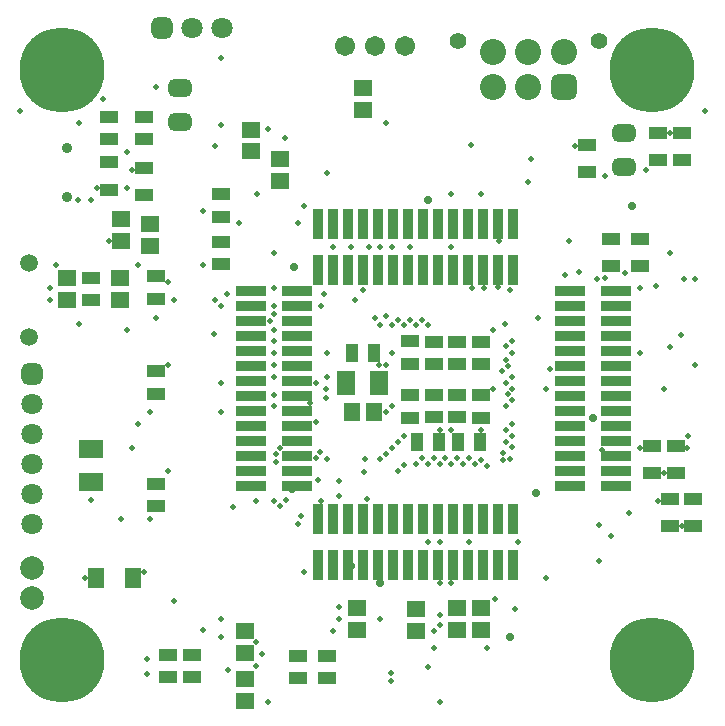
<source format=gbs>
G04*
G04 #@! TF.GenerationSoftware,Altium Limited,Altium Designer,23.11.1 (41)*
G04*
G04 Layer_Color=16711935*
%FSLAX44Y44*%
%MOMM*%
G71*
G04*
G04 #@! TF.SameCoordinates,47BC51C5-C70F-4843-9F8A-4785544E9BB8*
G04*
G04*
G04 #@! TF.FilePolarity,Negative*
G04*
G01*
G75*
%ADD40R,1.5032X1.1032*%
%ADD41R,1.1032X1.5032*%
%ADD42C,2.2032*%
%ADD43R,1.5532X1.3532*%
G04:AMPARAMS|DCode=63|XSize=2.2032mm|YSize=2.2032mm|CornerRadius=0.6016mm|HoleSize=0mm|Usage=FLASHONLY|Rotation=90.000|XOffset=0mm|YOffset=0mm|HoleType=Round|Shape=RoundedRectangle|*
%AMROUNDEDRECTD63*
21,1,2.2032,1.0000,0,0,90.0*
21,1,1.0000,2.2032,0,0,90.0*
1,1,1.2032,0.5000,0.5000*
1,1,1.2032,0.5000,-0.5000*
1,1,1.2032,-0.5000,-0.5000*
1,1,1.2032,-0.5000,0.5000*
%
%ADD63ROUNDEDRECTD63*%
%ADD64C,1.4032*%
%ADD65C,7.2032*%
%ADD66C,0.9032*%
%ADD67C,1.7032*%
%ADD68C,1.8032*%
G04:AMPARAMS|DCode=69|XSize=1.8032mm|YSize=1.8032mm|CornerRadius=0.5016mm|HoleSize=0mm|Usage=FLASHONLY|Rotation=0.000|XOffset=0mm|YOffset=0mm|HoleType=Round|Shape=RoundedRectangle|*
%AMROUNDEDRECTD69*
21,1,1.8032,0.8000,0,0,0.0*
21,1,0.8000,1.8032,0,0,0.0*
1,1,1.0032,0.4000,-0.4000*
1,1,1.0032,-0.4000,-0.4000*
1,1,1.0032,-0.4000,0.4000*
1,1,1.0032,0.4000,0.4000*
%
%ADD69ROUNDEDRECTD69*%
G04:AMPARAMS|DCode=70|XSize=1.8032mm|YSize=1.8032mm|CornerRadius=0.5016mm|HoleSize=0mm|Usage=FLASHONLY|Rotation=270.000|XOffset=0mm|YOffset=0mm|HoleType=Round|Shape=RoundedRectangle|*
%AMROUNDEDRECTD70*
21,1,1.8032,0.8000,0,0,270.0*
21,1,0.8000,1.8032,0,0,270.0*
1,1,1.0032,-0.4000,-0.4000*
1,1,1.0032,-0.4000,0.4000*
1,1,1.0032,0.4000,0.4000*
1,1,1.0032,0.4000,-0.4000*
%
%ADD70ROUNDEDRECTD70*%
%ADD71C,1.5032*%
%ADD72C,2.0032*%
%ADD73C,0.5032*%
%ADD74C,0.7032*%
%ADD99R,1.4032X1.8032*%
%ADD100R,1.3532X1.5532*%
%ADD101R,1.6032X2.1532*%
%ADD102R,2.1532X1.6032*%
%ADD103R,0.9532X2.6032*%
%ADD104R,2.6032X0.9532*%
G04:AMPARAMS|DCode=105|XSize=1.9532mm|YSize=1.4532mm|CornerRadius=0.4141mm|HoleSize=0mm|Usage=FLASHONLY|Rotation=180.000|XOffset=0mm|YOffset=0mm|HoleType=Round|Shape=RoundedRectangle|*
%AMROUNDEDRECTD105*
21,1,1.9532,0.6250,0,0,180.0*
21,1,1.1250,1.4532,0,0,180.0*
1,1,0.8282,-0.5625,0.3125*
1,1,0.8282,0.5625,0.3125*
1,1,0.8282,0.5625,-0.3125*
1,1,0.8282,-0.5625,-0.3125*
%
%ADD105ROUNDEDRECTD105*%
D40*
X540000Y383500D02*
D03*
Y406500D02*
D03*
X515000Y383500D02*
D03*
Y406500D02*
D03*
X565000Y163500D02*
D03*
Y186500D02*
D03*
X570000Y208500D02*
D03*
Y231500D02*
D03*
X585000Y186500D02*
D03*
Y163500D02*
D03*
X550000Y231500D02*
D03*
Y208500D02*
D03*
X130000Y275500D02*
D03*
Y294500D02*
D03*
Y180500D02*
D03*
Y199500D02*
D03*
X385000Y256000D02*
D03*
Y275000D02*
D03*
X405000Y255500D02*
D03*
Y274500D02*
D03*
X365000Y256000D02*
D03*
Y275000D02*
D03*
X345000Y255500D02*
D03*
Y274500D02*
D03*
Y301000D02*
D03*
Y320000D02*
D03*
X405000Y300500D02*
D03*
Y319500D02*
D03*
X365000Y300500D02*
D03*
Y319500D02*
D03*
X385000Y300500D02*
D03*
Y319500D02*
D03*
X250000Y35000D02*
D03*
Y54000D02*
D03*
X275000Y35000D02*
D03*
Y54000D02*
D03*
X160000Y35500D02*
D03*
Y54500D02*
D03*
X140000Y35500D02*
D03*
Y54500D02*
D03*
X75000Y374000D02*
D03*
Y355000D02*
D03*
X130000Y356000D02*
D03*
Y375000D02*
D03*
X90000Y510000D02*
D03*
Y491000D02*
D03*
Y471500D02*
D03*
Y448500D02*
D03*
X120000Y466500D02*
D03*
Y443500D02*
D03*
Y510000D02*
D03*
Y491000D02*
D03*
X185000Y444500D02*
D03*
Y425500D02*
D03*
Y385500D02*
D03*
Y404500D02*
D03*
X555000Y473500D02*
D03*
Y496500D02*
D03*
X575000Y473500D02*
D03*
Y496500D02*
D03*
X495000Y463250D02*
D03*
Y486250D02*
D03*
D41*
X385650Y235000D02*
D03*
X404650D02*
D03*
X350650D02*
D03*
X369650D02*
D03*
X295500Y310000D02*
D03*
X314500D02*
D03*
D42*
X415000Y535000D02*
D03*
X445000D02*
D03*
X415000Y565000D02*
D03*
X445000D02*
D03*
X475000D02*
D03*
D43*
X385000Y94250D02*
D03*
Y75750D02*
D03*
X205000Y56500D02*
D03*
Y75000D02*
D03*
Y15750D02*
D03*
Y34250D02*
D03*
X350000Y93500D02*
D03*
Y75000D02*
D03*
X300000Y94250D02*
D03*
Y75750D02*
D03*
X405000Y94250D02*
D03*
Y75750D02*
D03*
X55000Y373500D02*
D03*
Y355000D02*
D03*
X99875Y355375D02*
D03*
Y373875D02*
D03*
X210000Y480750D02*
D03*
Y499250D02*
D03*
X305000Y534250D02*
D03*
Y515750D02*
D03*
X235000Y455750D02*
D03*
Y474250D02*
D03*
X125000Y400750D02*
D03*
Y419250D02*
D03*
X100000Y405000D02*
D03*
Y423500D02*
D03*
D63*
X475000Y535000D02*
D03*
D64*
X504690Y573890D02*
D03*
X385310D02*
D03*
D65*
X550000Y50000D02*
D03*
X50000Y550000D02*
D03*
X550000D02*
D03*
X50000Y50000D02*
D03*
D66*
X54250Y483750D02*
D03*
Y442250D02*
D03*
X550000Y77500D02*
D03*
X570000Y70000D02*
D03*
X577500Y50000D02*
D03*
X570000Y30000D02*
D03*
X550000Y22500D02*
D03*
X530000Y30000D02*
D03*
X522500Y50000D02*
D03*
X530000Y70000D02*
D03*
X50000Y577500D02*
D03*
X70000Y570000D02*
D03*
X77500Y550000D02*
D03*
X70000Y530000D02*
D03*
X50000Y522500D02*
D03*
X30000Y530000D02*
D03*
X22500Y550000D02*
D03*
X30000Y570000D02*
D03*
X550000Y577500D02*
D03*
X570000Y570000D02*
D03*
X577500Y550000D02*
D03*
X570000Y530000D02*
D03*
X550000Y522500D02*
D03*
X530000Y530000D02*
D03*
X522500Y550000D02*
D03*
X530000Y570000D02*
D03*
X30000Y70000D02*
D03*
X22500Y50000D02*
D03*
X30000Y30000D02*
D03*
X50000Y22500D02*
D03*
X70000Y30000D02*
D03*
X77500Y50000D02*
D03*
X70000Y70000D02*
D03*
X50000Y77500D02*
D03*
D67*
X340400Y570000D02*
D03*
X289600D02*
D03*
X315000D02*
D03*
D68*
X185400Y585000D02*
D03*
X160000D02*
D03*
X25000Y215800D02*
D03*
Y266600D02*
D03*
Y241200D02*
D03*
Y190400D02*
D03*
Y165000D02*
D03*
D69*
X134600Y585000D02*
D03*
D70*
X25000Y292000D02*
D03*
D71*
X22250Y323750D02*
D03*
Y386250D02*
D03*
D72*
X25000Y127700D02*
D03*
Y102300D02*
D03*
D73*
X325000Y300000D02*
D03*
X503731Y373135D02*
D03*
X429469Y363790D02*
D03*
X407701Y364993D02*
D03*
X397501D02*
D03*
X488245Y378629D02*
D03*
X527138Y377456D02*
D03*
X553532Y366869D02*
D03*
X576635Y373074D02*
D03*
X586537Y372677D02*
D03*
X330000Y310000D02*
D03*
Y265000D02*
D03*
X265136Y251480D02*
D03*
X260682Y268200D02*
D03*
X509896Y373835D02*
D03*
X460253Y119747D02*
D03*
X425000Y335000D02*
D03*
X200000Y420000D02*
D03*
X250000D02*
D03*
X280000Y400000D02*
D03*
X295000D02*
D03*
X130000Y340000D02*
D03*
X298310Y355000D02*
D03*
X105000Y330000D02*
D03*
X190000Y360000D02*
D03*
X185000Y350000D02*
D03*
X180000Y355000D02*
D03*
X230000Y395000D02*
D03*
X272500Y360000D02*
D03*
X270000Y350000D02*
D03*
X428143Y299402D02*
D03*
X422960Y294804D02*
D03*
X423462Y225771D02*
D03*
X431665Y230271D02*
D03*
X423796Y219364D02*
D03*
X410000Y214472D02*
D03*
X429932Y220495D02*
D03*
X268636Y226364D02*
D03*
X252524Y172476D02*
D03*
X275000Y462500D02*
D03*
X115000Y250000D02*
D03*
X178822Y326178D02*
D03*
X325000Y341364D02*
D03*
X320000Y333500D02*
D03*
X315000Y339500D02*
D03*
X330000Y333500D02*
D03*
X305000Y363255D02*
D03*
X345000Y338500D02*
D03*
X340000Y333500D02*
D03*
X335000Y338500D02*
D03*
X350000Y333500D02*
D03*
X355000Y338500D02*
D03*
X360000Y333500D02*
D03*
X426665Y316367D02*
D03*
Y304612D02*
D03*
X230000Y365000D02*
D03*
X360000Y44063D02*
D03*
X380000Y445000D02*
D03*
X405000D02*
D03*
X275000Y290000D02*
D03*
Y310000D02*
D03*
X231475Y217500D02*
D03*
X265000Y221500D02*
D03*
X306408Y209719D02*
D03*
X306495Y220000D02*
D03*
X235303Y180303D02*
D03*
X214643Y185000D02*
D03*
X250303Y165303D02*
D03*
X255000Y125000D02*
D03*
X416846Y101500D02*
D03*
X505253Y164747D02*
D03*
X507500Y227803D02*
D03*
X433500Y92994D02*
D03*
X370000Y88359D02*
D03*
X410000Y60250D02*
D03*
X505000Y134144D02*
D03*
X515000Y155000D02*
D03*
X530000Y175000D02*
D03*
X431665Y280007D02*
D03*
Y310017D02*
D03*
Y290007D02*
D03*
Y320007D02*
D03*
Y270007D02*
D03*
X426665Y285007D02*
D03*
X428165Y275007D02*
D03*
X420000Y405000D02*
D03*
X419069Y365931D02*
D03*
X415000Y330000D02*
D03*
X453198Y339943D02*
D03*
X460000Y280000D02*
D03*
X463418Y296582D02*
D03*
X239834Y185618D02*
D03*
X396500Y486500D02*
D03*
X215179Y445179D02*
D03*
X169478Y75522D02*
D03*
X145000Y100000D02*
D03*
X120000Y125000D02*
D03*
X125000Y170000D02*
D03*
X140000Y210000D02*
D03*
X100000Y170000D02*
D03*
X125000Y260000D02*
D03*
X110000Y230000D02*
D03*
X180000Y485000D02*
D03*
X273682Y271622D02*
D03*
Y280000D02*
D03*
X275000Y220000D02*
D03*
X267500Y202500D02*
D03*
X226479Y336980D02*
D03*
X230105Y343143D02*
D03*
X230005Y329531D02*
D03*
X230000Y320000D02*
D03*
X380000Y245000D02*
D03*
X340000Y240000D02*
D03*
X75292Y185713D02*
D03*
X255000Y435000D02*
D03*
X215000Y45000D02*
D03*
X308697Y186303D02*
D03*
X45000Y385000D02*
D03*
X445000Y455000D02*
D03*
X565000Y496500D02*
D03*
X485000Y485000D02*
D03*
X540000Y365000D02*
D03*
X319000Y300000D02*
D03*
X405000Y245000D02*
D03*
X370000D02*
D03*
X415000Y280000D02*
D03*
X560000Y208500D02*
D03*
X575000Y163500D02*
D03*
X170000Y430000D02*
D03*
Y385000D02*
D03*
X140000Y370000D02*
D03*
X110000Y465000D02*
D03*
X75059Y440000D02*
D03*
X85000Y525000D02*
D03*
X40000Y355000D02*
D03*
Y365000D02*
D03*
X229643Y184643D02*
D03*
X436500Y150000D02*
D03*
X365000Y60000D02*
D03*
X285000Y85000D02*
D03*
Y189000D02*
D03*
X145000Y355000D02*
D03*
X595000Y515000D02*
D03*
X64249Y440000D02*
D03*
X122000Y38650D02*
D03*
X280000Y75000D02*
D03*
X220000Y55000D02*
D03*
X370000Y80000D02*
D03*
X320000Y85000D02*
D03*
X380000Y115000D02*
D03*
X370000D02*
D03*
X395000Y150000D02*
D03*
X574595Y325000D02*
D03*
X540000Y310000D02*
D03*
X80000Y450000D02*
D03*
X15000Y515000D02*
D03*
X231475Y224318D02*
D03*
X195053Y179947D02*
D03*
X234500Y229997D02*
D03*
X115000Y385000D02*
D03*
X329300Y39012D02*
D03*
X555000Y185000D02*
D03*
X370000Y15000D02*
D03*
X328728Y32443D02*
D03*
X579190Y230000D02*
D03*
X580000Y240000D02*
D03*
X540000Y230000D02*
D03*
X586350Y300000D02*
D03*
X565000Y315000D02*
D03*
X560000Y280000D02*
D03*
X565000Y395000D02*
D03*
X480000Y405000D02*
D03*
X476368Y376279D02*
D03*
X185000Y70000D02*
D03*
X365000Y75000D02*
D03*
X190769Y41976D02*
D03*
X225000Y15000D02*
D03*
X447694Y474147D02*
D03*
X380000Y400000D02*
D03*
X65000Y335000D02*
D03*
X230000Y265000D02*
D03*
X405000Y219472D02*
D03*
X185000Y85000D02*
D03*
Y285000D02*
D03*
Y260000D02*
D03*
X265000Y285000D02*
D03*
X230000Y275000D02*
D03*
X140000Y300000D02*
D03*
X70000Y120000D02*
D03*
X285000Y95000D02*
D03*
X325000Y260000D02*
D03*
X122000Y51350D02*
D03*
X214500Y65750D02*
D03*
X89750Y405000D02*
D03*
X335000Y235000D02*
D03*
X330000Y230000D02*
D03*
X320000Y220000D02*
D03*
X325000Y225000D02*
D03*
X285000Y202000D02*
D03*
X270000Y185000D02*
D03*
X230000Y290000D02*
D03*
Y300000D02*
D03*
Y310000D02*
D03*
Y350000D02*
D03*
X310000Y400000D02*
D03*
X320000D02*
D03*
X330000D02*
D03*
X345000D02*
D03*
X360000Y150000D02*
D03*
X370000D02*
D03*
X340000Y215000D02*
D03*
X335000Y210000D02*
D03*
X350000Y216500D02*
D03*
X355000Y221500D02*
D03*
X360000Y216500D02*
D03*
X365000Y221500D02*
D03*
X370000Y216500D02*
D03*
X375000Y221500D02*
D03*
X380000Y216500D02*
D03*
X385000Y221500D02*
D03*
X390000Y216500D02*
D03*
X395000Y221500D02*
D03*
X400000Y216500D02*
D03*
X426665Y265007D02*
D03*
X431665Y250007D02*
D03*
X426665Y245007D02*
D03*
X431665Y240007D02*
D03*
X426665Y235007D02*
D03*
X238770Y492000D02*
D03*
X225000Y500000D02*
D03*
X325000Y505000D02*
D03*
X184970Y502941D02*
D03*
X185000Y560000D02*
D03*
X130000Y535000D02*
D03*
X105000Y480000D02*
D03*
Y450000D02*
D03*
X65000Y505000D02*
D03*
X510000Y460000D02*
D03*
X544500Y464875D02*
D03*
D74*
X451305Y191297D02*
D03*
X430000Y70000D02*
D03*
X247053Y382947D02*
D03*
X514257Y198500D02*
D03*
X500000Y255000D02*
D03*
X532617Y435000D02*
D03*
X245000Y195000D02*
D03*
X295000Y130000D02*
D03*
X432550Y425000D02*
D03*
X360000Y440000D02*
D03*
X320000Y115500D02*
D03*
D99*
X79500Y120000D02*
D03*
X110500D02*
D03*
D100*
X314250Y260000D02*
D03*
X295750D02*
D03*
D101*
X291000Y285000D02*
D03*
X319000D02*
D03*
D102*
X75000Y229000D02*
D03*
Y201000D02*
D03*
D103*
X432550Y130500D02*
D03*
X419850D02*
D03*
X407150D02*
D03*
X394450D02*
D03*
X381750D02*
D03*
X432550Y169500D02*
D03*
X419850D02*
D03*
X407150D02*
D03*
X394450D02*
D03*
X381750D02*
D03*
X369050Y130500D02*
D03*
X356350D02*
D03*
X369050Y169500D02*
D03*
X356350D02*
D03*
X343650Y130500D02*
D03*
Y169500D02*
D03*
X267450Y130500D02*
D03*
Y169500D02*
D03*
X280150D02*
D03*
Y130500D02*
D03*
X292850Y169500D02*
D03*
Y130500D02*
D03*
X305550Y169500D02*
D03*
Y130500D02*
D03*
X318250Y169500D02*
D03*
X330950D02*
D03*
X318250Y130500D02*
D03*
X330950D02*
D03*
X432550Y380500D02*
D03*
X419850D02*
D03*
X407150D02*
D03*
X394450D02*
D03*
X381750D02*
D03*
X432550Y419500D02*
D03*
X419850D02*
D03*
X407150D02*
D03*
X394450D02*
D03*
X381750D02*
D03*
X369050Y380500D02*
D03*
X356350D02*
D03*
X369050Y419500D02*
D03*
X356350D02*
D03*
X343650Y380500D02*
D03*
Y419500D02*
D03*
X267450Y380500D02*
D03*
Y419500D02*
D03*
X280150D02*
D03*
Y380500D02*
D03*
X292850Y419500D02*
D03*
Y380500D02*
D03*
X305550Y419500D02*
D03*
Y380500D02*
D03*
X318250Y419500D02*
D03*
X330950D02*
D03*
X318250Y380500D02*
D03*
X330950D02*
D03*
D104*
X210500Y197450D02*
D03*
Y210150D02*
D03*
Y222850D02*
D03*
Y235550D02*
D03*
Y248250D02*
D03*
X249500Y197450D02*
D03*
Y210150D02*
D03*
Y222850D02*
D03*
Y235550D02*
D03*
Y248250D02*
D03*
X210500Y260950D02*
D03*
Y273650D02*
D03*
X249500Y260950D02*
D03*
Y273650D02*
D03*
X210500Y286350D02*
D03*
X249500D02*
D03*
X210500Y362550D02*
D03*
X249500D02*
D03*
Y349850D02*
D03*
X210500D02*
D03*
X249500Y337150D02*
D03*
X210500D02*
D03*
X249500Y324450D02*
D03*
X210500D02*
D03*
X249500Y311750D02*
D03*
Y299050D02*
D03*
X210500Y311750D02*
D03*
Y299050D02*
D03*
X480500Y197450D02*
D03*
Y210150D02*
D03*
Y222850D02*
D03*
Y235550D02*
D03*
Y248250D02*
D03*
X519500Y197450D02*
D03*
Y210150D02*
D03*
Y222850D02*
D03*
Y235550D02*
D03*
Y248250D02*
D03*
X480500Y260950D02*
D03*
Y273650D02*
D03*
X519500Y260950D02*
D03*
Y273650D02*
D03*
X480500Y286350D02*
D03*
X519500D02*
D03*
X480500Y362550D02*
D03*
X519500D02*
D03*
Y349850D02*
D03*
X480500D02*
D03*
X519500Y337150D02*
D03*
X480500D02*
D03*
X519500Y324450D02*
D03*
X480500D02*
D03*
X519500Y311750D02*
D03*
Y299050D02*
D03*
X480500Y311750D02*
D03*
Y299050D02*
D03*
D105*
X150000Y505750D02*
D03*
Y534250D02*
D03*
X526000Y467750D02*
D03*
Y496250D02*
D03*
M02*

</source>
